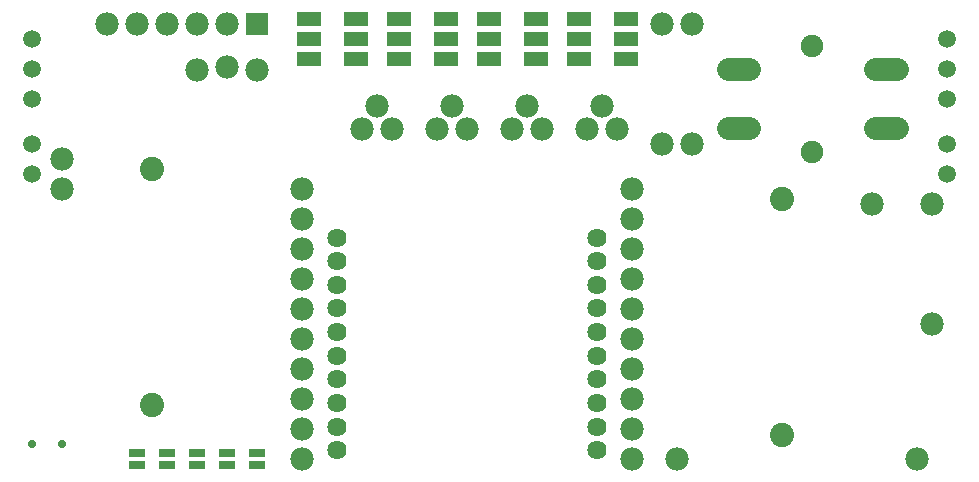
<source format=gts>
G75*
%MOIN*%
%OFA0B0*%
%FSLAX24Y24*%
%IPPOS*%
%LPD*%
%AMOC8*
5,1,8,0,0,1.08239X$1,22.5*
%
%ADD10C,0.0640*%
%ADD11C,0.0808*%
%ADD12C,0.0780*%
%ADD13R,0.0827X0.0473*%
%ADD14C,0.0595*%
%ADD15C,0.0280*%
%ADD16C,0.0750*%
%ADD17C,0.0750*%
%ADD18R,0.0540X0.0290*%
%ADD19R,0.0780X0.0780*%
D10*
X011294Y003388D03*
X011294Y004175D03*
X011294Y004963D03*
X011294Y005750D03*
X011294Y006538D03*
X011294Y007325D03*
X011294Y008112D03*
X011294Y008900D03*
X011294Y009687D03*
X011294Y010475D03*
X019956Y010475D03*
X019956Y009687D03*
X019956Y008900D03*
X019956Y008112D03*
X019956Y007325D03*
X019956Y006538D03*
X019956Y005750D03*
X019956Y004963D03*
X019956Y004175D03*
X019956Y003388D03*
D11*
X026125Y003892D03*
X026125Y011766D03*
X005125Y012766D03*
X005125Y004892D03*
D12*
X010125Y005101D03*
X010125Y006101D03*
X010125Y007101D03*
X010125Y008101D03*
X010125Y009101D03*
X010125Y010101D03*
X010125Y011101D03*
X010125Y012101D03*
X012125Y014101D03*
X013125Y014101D03*
X012625Y014851D03*
X014625Y014101D03*
X015625Y014101D03*
X015125Y014851D03*
X017125Y014101D03*
X018125Y014101D03*
X017625Y014851D03*
X019625Y014101D03*
X020625Y014101D03*
X020125Y014851D03*
X022125Y013601D03*
X023125Y013601D03*
X021125Y012101D03*
X021125Y011101D03*
X021125Y010101D03*
X021125Y009101D03*
X021125Y008101D03*
X021125Y007101D03*
X021125Y006101D03*
X021125Y005101D03*
X021125Y004101D03*
X021125Y003101D03*
X022625Y003101D03*
X030625Y003101D03*
X031125Y007601D03*
X031125Y011601D03*
X029125Y011601D03*
X023125Y017601D03*
X022125Y017601D03*
X008625Y016051D03*
X007625Y016151D03*
X006625Y016051D03*
X006625Y017601D03*
X005625Y017601D03*
X004625Y017601D03*
X003625Y017601D03*
X007625Y017601D03*
X002125Y013101D03*
X002125Y012101D03*
X010125Y004101D03*
X010125Y003101D03*
D13*
X010338Y016431D03*
X010338Y017101D03*
X010338Y017770D03*
X011912Y017770D03*
X011912Y017101D03*
X011912Y016431D03*
X013338Y016431D03*
X013338Y017101D03*
X013338Y017770D03*
X014912Y017770D03*
X014912Y017101D03*
X014912Y016431D03*
X016338Y016431D03*
X016338Y017101D03*
X016338Y017770D03*
X017912Y017770D03*
X017912Y017101D03*
X017912Y016431D03*
X019338Y016431D03*
X019338Y017101D03*
X019338Y017770D03*
X020912Y017770D03*
X020912Y017101D03*
X020912Y016431D03*
D14*
X031625Y016101D03*
X031625Y017101D03*
X031625Y015101D03*
X031625Y013601D03*
X031625Y012601D03*
X001125Y012601D03*
X001125Y013601D03*
X001125Y015101D03*
X001125Y016101D03*
X001125Y017101D03*
D15*
X001125Y003601D03*
X002125Y003601D03*
D16*
X024310Y014121D02*
X025020Y014121D01*
X025020Y016081D02*
X024310Y016081D01*
X029230Y016081D02*
X029940Y016081D01*
X029940Y014121D02*
X029230Y014121D01*
D17*
X027125Y013331D03*
X027125Y016871D03*
D18*
X004625Y002901D03*
X004625Y003301D03*
X005625Y003301D03*
X005625Y002901D03*
X006625Y002901D03*
X006625Y003301D03*
X007625Y003301D03*
X007625Y002901D03*
X008625Y002901D03*
X008625Y003301D03*
D19*
X008625Y017601D03*
M02*

</source>
